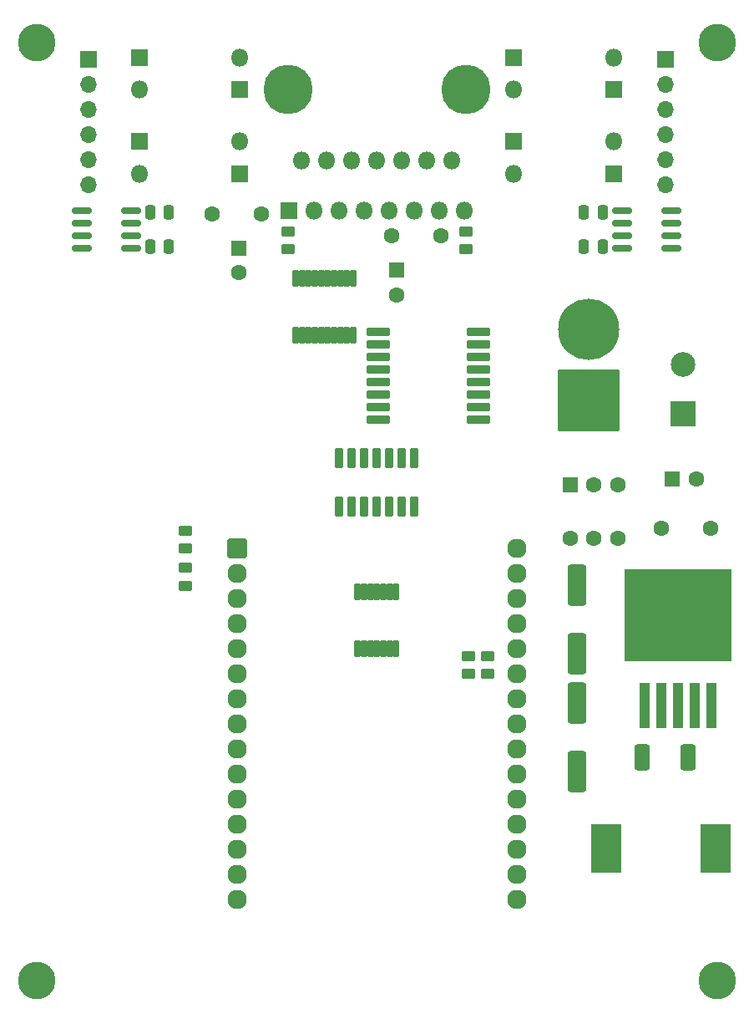
<source format=gts>
G04 #@! TF.GenerationSoftware,KiCad,Pcbnew,(6.0.1)*
G04 #@! TF.CreationDate,2025-03-11T18:22:55+01:00*
G04 #@! TF.ProjectId,TwoWheelRobotPCB,54776f57-6865-4656-9c52-6f626f745043,rev?*
G04 #@! TF.SameCoordinates,Original*
G04 #@! TF.FileFunction,Soldermask,Top*
G04 #@! TF.FilePolarity,Negative*
%FSLAX46Y46*%
G04 Gerber Fmt 4.6, Leading zero omitted, Abs format (unit mm)*
G04 Created by KiCad (PCBNEW (6.0.1)) date 2025-03-11 18:22:55*
%MOMM*%
%LPD*%
G01*
G04 APERTURE LIST*
G04 Aperture macros list*
%AMRoundRect*
0 Rectangle with rounded corners*
0 $1 Rounding radius*
0 $2 $3 $4 $5 $6 $7 $8 $9 X,Y pos of 4 corners*
0 Add a 4 corners polygon primitive as box body*
4,1,4,$2,$3,$4,$5,$6,$7,$8,$9,$2,$3,0*
0 Add four circle primitives for the rounded corners*
1,1,$1+$1,$2,$3*
1,1,$1+$1,$4,$5*
1,1,$1+$1,$6,$7*
1,1,$1+$1,$8,$9*
0 Add four rect primitives between the rounded corners*
20,1,$1+$1,$2,$3,$4,$5,0*
20,1,$1+$1,$4,$5,$6,$7,0*
20,1,$1+$1,$6,$7,$8,$9,0*
20,1,$1+$1,$8,$9,$2,$3,0*%
G04 Aperture macros list end*
%ADD10C,3.800000*%
%ADD11C,1.600000*%
%ADD12RoundRect,0.250000X0.450000X-0.262500X0.450000X0.262500X-0.450000X0.262500X-0.450000X-0.262500X0*%
%ADD13RoundRect,0.153250X0.153750X-0.733750X0.153750X0.733750X-0.153750X0.733750X-0.153750X-0.733750X0*%
%ADD14R,3.100000X5.000000*%
%ADD15RoundRect,0.249999X-0.512501X-1.075001X0.512501X-1.075001X0.512501X1.075001X-0.512501X1.075001X0*%
%ADD16R,1.700000X1.700000*%
%ADD17O,1.700000X1.700000*%
%ADD18R,1.800000X1.800000*%
%ADD19O,1.800000X1.800000*%
%ADD20R,1.100000X4.600000*%
%ADD21R,10.800000X9.400000*%
%ADD22RoundRect,0.250000X-0.250000X-0.475000X0.250000X-0.475000X0.250000X0.475000X-0.250000X0.475000X0*%
%ADD23RoundRect,0.250000X-0.450000X0.262500X-0.450000X-0.262500X0.450000X-0.262500X0.450000X0.262500X0*%
%ADD24R,1.600000X1.600000*%
%ADD25RoundRect,0.250000X0.250000X0.475000X-0.250000X0.475000X-0.250000X-0.475000X0.250000X-0.475000X0*%
%ADD26C,6.204000*%
%ADD27RoundRect,0.102000X3.000000X-3.000000X3.000000X3.000000X-3.000000X3.000000X-3.000000X-3.000000X0*%
%ADD28RoundRect,0.177000X-0.225000X0.875000X-0.225000X-0.875000X0.225000X-0.875000X0.225000X0.875000X0*%
%ADD29RoundRect,0.102000X-1.104900X0.304800X-1.104900X-0.304800X1.104900X-0.304800X1.104900X0.304800X0*%
%ADD30RoundRect,0.250000X-0.700000X1.825000X-0.700000X-1.825000X0.700000X-1.825000X0.700000X1.825000X0*%
%ADD31RoundRect,0.150000X-0.825000X-0.150000X0.825000X-0.150000X0.825000X0.150000X-0.825000X0.150000X0*%
%ADD32RoundRect,0.102000X-0.876300X-0.876300X0.876300X-0.876300X0.876300X0.876300X-0.876300X0.876300X0*%
%ADD33C,1.956600*%
%ADD34C,5.000000*%
%ADD35RoundRect,0.250000X0.700000X-1.825000X0.700000X1.825000X-0.700000X1.825000X-0.700000X-1.825000X0*%
%ADD36R,2.500000X2.500000*%
%ADD37C,2.500000*%
%ADD38RoundRect,0.150000X0.825000X0.150000X-0.825000X0.150000X-0.825000X-0.150000X0.825000X-0.150000X0*%
G04 APERTURE END LIST*
D10*
X164500001Y-157500000D03*
D11*
X113300000Y-79800000D03*
X118300000Y-79800000D03*
D12*
X139300000Y-126412500D03*
X139300000Y-124587500D03*
D13*
X128050000Y-123870000D03*
X128700000Y-123870000D03*
X129350000Y-123870000D03*
X130000000Y-123870000D03*
X130650000Y-123870000D03*
X131300000Y-123870000D03*
X131950000Y-123870000D03*
X131950000Y-118130000D03*
X131300000Y-118130000D03*
X130650000Y-118130000D03*
X130000000Y-118130000D03*
X129350000Y-118130000D03*
X128700000Y-118130000D03*
X128050000Y-118130000D03*
D12*
X110610000Y-113722500D03*
X110610000Y-111897500D03*
D14*
X164350000Y-144100000D03*
X153250000Y-144100000D03*
D15*
X156862500Y-134900000D03*
X161537500Y-134900000D03*
D16*
X159250000Y-64200000D03*
D17*
X159250000Y-66740000D03*
X159250000Y-69280000D03*
X159250000Y-71820000D03*
X159250000Y-74360000D03*
X159250000Y-76900000D03*
D18*
X143840000Y-64000000D03*
D19*
X154000000Y-64000000D03*
D11*
X131500000Y-82000000D03*
X136500000Y-82000000D03*
D20*
X157100000Y-129650000D03*
X158800000Y-129650000D03*
X160500000Y-129650000D03*
D21*
X160500000Y-120500000D03*
D20*
X162200000Y-129650000D03*
X163900000Y-129650000D03*
D22*
X107020000Y-79680000D03*
X108920000Y-79680000D03*
D23*
X139000000Y-81587500D03*
X139000000Y-83412500D03*
D11*
X149600000Y-112700000D03*
X152000000Y-112700000D03*
X152000000Y-107300000D03*
X154400000Y-107300000D03*
X154400000Y-112700000D03*
D24*
X149600000Y-107300000D03*
D25*
X152898005Y-79680880D03*
X150998005Y-79680880D03*
D18*
X154000000Y-75750000D03*
D19*
X143840000Y-75750000D03*
D24*
X132000000Y-85500000D03*
D11*
X132000000Y-88000000D03*
D25*
X152897398Y-83120938D03*
X150997398Y-83120938D03*
D10*
X95500001Y-157499999D03*
X95500000Y-62500000D03*
D16*
X100750000Y-64200000D03*
D17*
X100750000Y-66740000D03*
X100750000Y-69280000D03*
X100750000Y-71820000D03*
X100750000Y-74360000D03*
X100750000Y-76900000D03*
D26*
X151500000Y-91500000D03*
D27*
X151500000Y-98700000D03*
D24*
X116000000Y-83267621D03*
D11*
X116000000Y-85767621D03*
D22*
X107020000Y-83120000D03*
X108920000Y-83120000D03*
D28*
X133810000Y-104545000D03*
X132540000Y-104545000D03*
X131270000Y-104545000D03*
X130000000Y-104545000D03*
X128730000Y-104545000D03*
X127460000Y-104545000D03*
X126190000Y-104545000D03*
X126190000Y-109455000D03*
X127460000Y-109455000D03*
X128730000Y-109455000D03*
X130000000Y-109455000D03*
X131270000Y-109455000D03*
X132540000Y-109455000D03*
X133810000Y-109455000D03*
D29*
X130170000Y-91805000D03*
X130170000Y-93075000D03*
X130170000Y-94345000D03*
X130170000Y-95615000D03*
X130170000Y-96885000D03*
X130170000Y-98155000D03*
X130170000Y-99425000D03*
X130170000Y-100695000D03*
X140330000Y-100695000D03*
X140330000Y-99425000D03*
X140330000Y-98155000D03*
X140330000Y-96885000D03*
X140330000Y-95615000D03*
X140330000Y-94345000D03*
X140330000Y-93075000D03*
X140330000Y-91805000D03*
D18*
X116080000Y-67250000D03*
D19*
X105920000Y-67250000D03*
D11*
X163800000Y-111700000D03*
X158800000Y-111700000D03*
D23*
X110610000Y-115647500D03*
X110610000Y-117472500D03*
D30*
X150300000Y-117425000D03*
X150300000Y-124375000D03*
D12*
X141200000Y-126412500D03*
X141200000Y-124587500D03*
D31*
X100095000Y-79495000D03*
X100095000Y-80765000D03*
X100095000Y-82035000D03*
X100095000Y-83305000D03*
X105045000Y-83305000D03*
X105045000Y-82035000D03*
X105045000Y-80765000D03*
X105045000Y-79495000D03*
D18*
X116080000Y-75750000D03*
D19*
X105920000Y-75750000D03*
D32*
X115850000Y-113720000D03*
D33*
X115850000Y-116260000D03*
X115850000Y-118800000D03*
X115850000Y-121340000D03*
X115850000Y-123880000D03*
X115850000Y-126420000D03*
X115850000Y-128960000D03*
X115850000Y-131500000D03*
X115850000Y-134040000D03*
X115850000Y-136580000D03*
X115850000Y-139120000D03*
X115850000Y-141660000D03*
X115850000Y-144200000D03*
X115850000Y-146740000D03*
X115850000Y-149280000D03*
X144150000Y-149280000D03*
X144150000Y-146740000D03*
X144150000Y-144200000D03*
X144150000Y-141660000D03*
X144150000Y-139120000D03*
X144150000Y-136580000D03*
X144150000Y-134040000D03*
X144150000Y-131500000D03*
X144150000Y-128960000D03*
X144150000Y-126420000D03*
X144150000Y-123880000D03*
X144150000Y-121340000D03*
X144150000Y-118800000D03*
X144150000Y-116260000D03*
X144150000Y-113720000D03*
D18*
X154000000Y-67250000D03*
D19*
X143840000Y-67250000D03*
D18*
X143840000Y-72500000D03*
D19*
X154000000Y-72500000D03*
D34*
X139000000Y-67250000D03*
X121000000Y-67250000D03*
D35*
X150300000Y-136275000D03*
X150300000Y-129325000D03*
D23*
X121000000Y-81587500D03*
X121000000Y-83412500D03*
D18*
X121105000Y-79485000D03*
D19*
X122375000Y-74405000D03*
X123645000Y-79485000D03*
X124915000Y-74405000D03*
X126185000Y-79485000D03*
X127455000Y-74405000D03*
X128725000Y-79485000D03*
X129995000Y-74405000D03*
X131265000Y-79485000D03*
X132535000Y-74405000D03*
X133805000Y-79485000D03*
X135075000Y-74405000D03*
X136345000Y-79485000D03*
X137615000Y-74405000D03*
X138885000Y-79485000D03*
D36*
X161004751Y-100104574D03*
D37*
X161004751Y-95104574D03*
D13*
X121749273Y-92089079D03*
X122399273Y-92089079D03*
X123049273Y-92089079D03*
X123699273Y-92089079D03*
X124349273Y-92089079D03*
X124999273Y-92089079D03*
X125649273Y-92089079D03*
X126299273Y-92089079D03*
X126949273Y-92089079D03*
X127599273Y-92089079D03*
X127599273Y-86349079D03*
X126949273Y-86349079D03*
X126299273Y-86349079D03*
X125649273Y-86349079D03*
X124999273Y-86349079D03*
X124349273Y-86349079D03*
X123699273Y-86349079D03*
X123049273Y-86349079D03*
X122399273Y-86349079D03*
X121749273Y-86349079D03*
D38*
X159825000Y-83305000D03*
X159825000Y-82035000D03*
X159825000Y-80765000D03*
X159825000Y-79495000D03*
X154875000Y-79495000D03*
X154875000Y-80765000D03*
X154875000Y-82035000D03*
X154875000Y-83305000D03*
D18*
X105920000Y-72500000D03*
D19*
X116080000Y-72500000D03*
D10*
X164500001Y-62500000D03*
D24*
X159917621Y-106700000D03*
D11*
X162417621Y-106700000D03*
D18*
X105920000Y-64000000D03*
D19*
X116080000Y-64000000D03*
M02*

</source>
